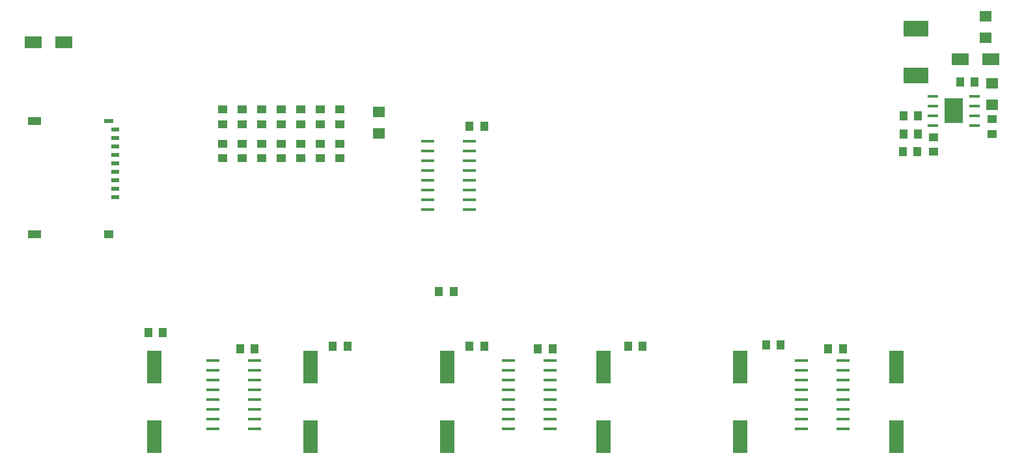
<source format=gbr>
G04 DipTrace 3.3.1.3*
G04 TopPaste.gbr*
%MOIN*%
G04 #@! TF.FileFunction,Paste,Top*
G04 #@! TF.Part,Single*
%ADD65R,0.07074X0.015622*%
%ADD67R,0.09515X0.130189*%
%ADD69R,0.054992X0.016016*%
%ADD79R,0.047118X0.023496*%
%ADD81R,0.047118X0.039244*%
%ADD83R,0.07074X0.039244*%
%ADD85R,0.043181X0.019559*%
%ADD89R,0.129795X0.08452*%
%ADD99R,0.090425X0.058929*%
%ADD101R,0.074677X0.169165*%
%ADD103R,0.051055X0.043181*%
%ADD105R,0.043181X0.051055*%
%ADD107R,0.062866X0.054992*%
%FSLAX26Y26*%
G04*
G70*
G90*
G75*
G01*
G04 TopPaste*
%LPD*%
D107*
X2243700Y3470964D3*
Y3581200D3*
X5380695Y3728364D3*
Y3618128D3*
D105*
X5218695Y3735364D3*
X5293498D3*
X5003695Y3559364D3*
X4928892D3*
D107*
X5347461Y3961385D3*
Y4071621D3*
D105*
X1531200Y2368700D3*
X1606003D3*
X4543700D3*
X4618503D3*
D103*
X2043700Y3343700D3*
Y3418503D3*
X1943700Y3343700D3*
Y3418503D3*
X1843700Y3343700D3*
Y3418503D3*
X1743700Y3343700D3*
Y3418503D3*
X1643700Y3343700D3*
Y3418503D3*
D105*
X3056200Y2368700D3*
X3131003D3*
X2706397Y3506200D3*
X2781200D3*
D103*
X1543700Y3343700D3*
Y3418503D3*
X1443700Y3343700D3*
Y3418503D3*
D101*
X1093700Y1918700D3*
Y2273031D3*
X1893700Y1918700D3*
Y2273031D3*
X2593700Y1918700D3*
Y2273031D3*
X3393700Y1918700D3*
Y2273031D3*
X4093700Y1918700D3*
Y2273031D3*
X4893700Y1918700D3*
Y2273031D3*
D99*
X472440Y3937007D3*
X629920D3*
X5218695Y3852364D3*
X5376175D3*
D89*
X4991249Y3767655D3*
Y4005844D3*
D105*
X1062450Y2449950D3*
X1137253D3*
D103*
X5380695Y3468364D3*
Y3543167D3*
D105*
X5003695Y3468364D3*
X4928892D3*
X4925695Y3377364D3*
X5000498D3*
D103*
X5081695D3*
Y3452167D3*
X2043700Y3518700D3*
Y3593503D3*
X1943700Y3518700D3*
Y3593503D3*
X1843700Y3518700D3*
Y3593503D3*
X1743700Y3518700D3*
Y3593503D3*
X1643700Y3518700D3*
Y3593503D3*
X1543700Y3518700D3*
Y3593503D3*
X1443700Y3518700D3*
Y3593503D3*
D85*
X893700Y3143700D3*
Y3187007D3*
Y3230314D3*
Y3273621D3*
Y3316928D3*
Y3360235D3*
Y3403543D3*
Y3446850D3*
Y3490157D3*
D83*
X478346Y2955511D3*
D81*
X860235D3*
D79*
Y3533464D3*
D83*
X478346D3*
D69*
X5078739Y3661417D3*
Y3611417D3*
Y3561417D3*
Y3511417D3*
X5291338D3*
Y3561417D3*
Y3611417D3*
Y3661417D3*
D67*
X5185039Y3586417D3*
D65*
X1393700Y2306200D3*
Y2256200D3*
Y2206200D3*
Y2156200D3*
Y2106200D3*
Y2056200D3*
Y2006200D3*
Y1956200D3*
X1606298D3*
Y2006200D3*
Y2056200D3*
Y2106200D3*
Y2156200D3*
Y2206200D3*
Y2256200D3*
Y2306200D3*
X4406200D3*
Y2256200D3*
Y2206200D3*
Y2156200D3*
Y2106200D3*
Y2056200D3*
Y2006200D3*
Y1956200D3*
X4618798D3*
Y2006200D3*
Y2056200D3*
Y2106200D3*
Y2156200D3*
Y2206200D3*
Y2256200D3*
Y2306200D3*
X2906200D3*
Y2256200D3*
Y2206200D3*
Y2156200D3*
Y2106200D3*
Y2056200D3*
Y2006200D3*
Y1956200D3*
X3118798D3*
Y2006200D3*
Y2056200D3*
Y2106200D3*
Y2156200D3*
Y2206200D3*
Y2256200D3*
Y2306200D3*
X2493700Y3431200D3*
Y3381200D3*
Y3331200D3*
Y3281200D3*
Y3231200D3*
Y3181200D3*
Y3131200D3*
Y3081200D3*
X2706298D3*
Y3131200D3*
Y3181200D3*
Y3231200D3*
Y3281200D3*
Y3331200D3*
Y3381200D3*
Y3431200D3*
D105*
X2006200Y2381200D3*
X2081003D3*
X2706200D3*
X2781003D3*
X3518700D3*
X3593503D3*
X4224950Y2387450D3*
X4299753D3*
X2624950Y2662450D3*
X2550147D3*
M02*

</source>
